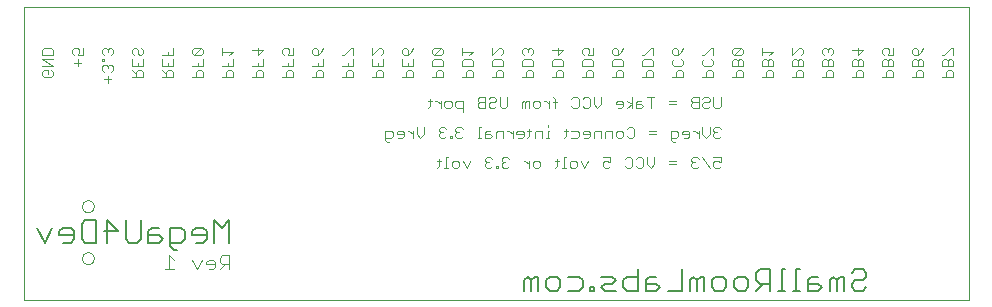
<source format=gbo>
G75*
G70*
%OFA0B0*%
%FSLAX24Y24*%
%IPPOS*%
%LPD*%
%AMOC8*
5,1,8,0,0,1.08239X$1,22.5*
%
%ADD10C,0.0000*%
%ADD11C,0.0040*%
%ADD12C,0.0080*%
%ADD13C,0.0060*%
%ADD14C,0.0030*%
D10*
X000202Y000242D02*
X000202Y009992D01*
X031702Y009992D01*
X031702Y000242D01*
X000202Y000242D01*
X002148Y001626D02*
X002150Y001653D01*
X002156Y001680D01*
X002165Y001706D01*
X002178Y001730D01*
X002194Y001753D01*
X002213Y001772D01*
X002235Y001789D01*
X002259Y001803D01*
X002284Y001813D01*
X002311Y001820D01*
X002338Y001823D01*
X002366Y001822D01*
X002393Y001817D01*
X002419Y001809D01*
X002443Y001797D01*
X002466Y001781D01*
X002487Y001763D01*
X002504Y001742D01*
X002519Y001718D01*
X002530Y001693D01*
X002538Y001667D01*
X002542Y001640D01*
X002542Y001612D01*
X002538Y001585D01*
X002530Y001559D01*
X002519Y001534D01*
X002504Y001510D01*
X002487Y001489D01*
X002466Y001471D01*
X002444Y001455D01*
X002419Y001443D01*
X002393Y001435D01*
X002366Y001430D01*
X002338Y001429D01*
X002311Y001432D01*
X002284Y001439D01*
X002259Y001449D01*
X002235Y001463D01*
X002213Y001480D01*
X002194Y001499D01*
X002178Y001522D01*
X002165Y001546D01*
X002156Y001572D01*
X002150Y001599D01*
X002148Y001626D01*
X002148Y003358D02*
X002150Y003385D01*
X002156Y003412D01*
X002165Y003438D01*
X002178Y003462D01*
X002194Y003485D01*
X002213Y003504D01*
X002235Y003521D01*
X002259Y003535D01*
X002284Y003545D01*
X002311Y003552D01*
X002338Y003555D01*
X002366Y003554D01*
X002393Y003549D01*
X002419Y003541D01*
X002443Y003529D01*
X002466Y003513D01*
X002487Y003495D01*
X002504Y003474D01*
X002519Y003450D01*
X002530Y003425D01*
X002538Y003399D01*
X002542Y003372D01*
X002542Y003344D01*
X002538Y003317D01*
X002530Y003291D01*
X002519Y003266D01*
X002504Y003242D01*
X002487Y003221D01*
X002466Y003203D01*
X002444Y003187D01*
X002419Y003175D01*
X002393Y003167D01*
X002366Y003162D01*
X002338Y003161D01*
X002311Y003164D01*
X002284Y003171D01*
X002259Y003181D01*
X002235Y003195D01*
X002213Y003212D01*
X002194Y003231D01*
X002178Y003254D01*
X002165Y003278D01*
X002156Y003304D01*
X002150Y003331D01*
X002148Y003358D01*
D11*
X005062Y001722D02*
X005062Y001262D01*
X005215Y001262D02*
X004908Y001262D01*
X005215Y001569D02*
X005062Y001722D01*
X005829Y001569D02*
X005982Y001262D01*
X006136Y001569D01*
X006289Y001492D02*
X006289Y001415D01*
X006596Y001415D01*
X006596Y001339D02*
X006596Y001492D01*
X006520Y001569D01*
X006366Y001569D01*
X006289Y001492D01*
X006366Y001262D02*
X006520Y001262D01*
X006596Y001339D01*
X006750Y001262D02*
X006903Y001415D01*
X006826Y001415D02*
X007057Y001415D01*
X007057Y001262D02*
X007057Y001722D01*
X006826Y001722D01*
X006750Y001646D01*
X006750Y001492D01*
X006826Y001415D01*
X003002Y007473D02*
X003002Y007713D01*
X003122Y007593D02*
X002882Y007593D01*
X002882Y007841D02*
X002822Y007901D01*
X002822Y008021D01*
X002882Y008081D01*
X002942Y008081D01*
X003002Y008021D01*
X003002Y007961D01*
X003002Y008021D02*
X003062Y008081D01*
X003122Y008081D01*
X003182Y008021D01*
X003182Y007901D01*
X003122Y007841D01*
X003822Y007897D02*
X003942Y007777D01*
X003942Y007837D02*
X003942Y007657D01*
X003822Y007657D02*
X004182Y007657D01*
X004182Y007837D01*
X004122Y007897D01*
X004002Y007897D01*
X003942Y007837D01*
X004002Y008025D02*
X004002Y008145D01*
X004182Y008025D02*
X003822Y008025D01*
X003822Y008265D01*
X003882Y008394D02*
X003822Y008454D01*
X003822Y008574D01*
X003882Y008634D01*
X003942Y008634D01*
X004002Y008574D01*
X004002Y008454D01*
X004062Y008394D01*
X004122Y008394D01*
X004182Y008454D01*
X004182Y008574D01*
X004122Y008634D01*
X004182Y008265D02*
X004182Y008025D01*
X004822Y008025D02*
X004822Y008265D01*
X004822Y008394D02*
X005182Y008394D01*
X005182Y008634D01*
X005002Y008514D02*
X005002Y008394D01*
X005182Y008265D02*
X005182Y008025D01*
X004822Y008025D01*
X004822Y007897D02*
X004942Y007777D01*
X004942Y007837D02*
X004942Y007657D01*
X004822Y007657D02*
X005182Y007657D01*
X005182Y007837D01*
X005122Y007897D01*
X005002Y007897D01*
X004942Y007837D01*
X005002Y008025D02*
X005002Y008145D01*
X005822Y008025D02*
X006182Y008025D01*
X006182Y008265D01*
X006122Y008394D02*
X005882Y008394D01*
X006122Y008634D01*
X005882Y008634D01*
X005822Y008574D01*
X005822Y008454D01*
X005882Y008394D01*
X006122Y008394D02*
X006182Y008454D01*
X006182Y008574D01*
X006122Y008634D01*
X006822Y008634D02*
X006822Y008394D01*
X006822Y008514D02*
X007182Y008514D01*
X007062Y008394D01*
X007182Y008265D02*
X007182Y008025D01*
X006822Y008025D01*
X007002Y008025D02*
X007002Y008145D01*
X007002Y007897D02*
X006942Y007837D01*
X006942Y007657D01*
X006822Y007657D02*
X007182Y007657D01*
X007182Y007837D01*
X007122Y007897D01*
X007002Y007897D01*
X006182Y007837D02*
X006182Y007657D01*
X005822Y007657D01*
X005942Y007657D02*
X005942Y007837D01*
X006002Y007897D01*
X006122Y007897D01*
X006182Y007837D01*
X006002Y008025D02*
X006002Y008145D01*
X007822Y008025D02*
X008182Y008025D01*
X008182Y008265D01*
X008002Y008145D02*
X008002Y008025D01*
X008002Y007897D02*
X007942Y007837D01*
X007942Y007657D01*
X007822Y007657D02*
X008182Y007657D01*
X008182Y007837D01*
X008122Y007897D01*
X008002Y007897D01*
X008822Y008025D02*
X009182Y008025D01*
X009182Y008265D01*
X009182Y008394D02*
X009002Y008394D01*
X009062Y008514D01*
X009062Y008574D01*
X009002Y008634D01*
X008882Y008634D01*
X008822Y008574D01*
X008822Y008454D01*
X008882Y008394D01*
X009182Y008394D02*
X009182Y008634D01*
X009822Y008574D02*
X009822Y008454D01*
X009882Y008394D01*
X010002Y008394D01*
X010002Y008574D01*
X009942Y008634D01*
X009882Y008634D01*
X009822Y008574D01*
X010002Y008394D02*
X010122Y008514D01*
X010182Y008634D01*
X010822Y008394D02*
X010882Y008394D01*
X011122Y008634D01*
X011182Y008634D01*
X011182Y008394D01*
X011182Y008265D02*
X011182Y008025D01*
X010822Y008025D01*
X011002Y008025D02*
X011002Y008145D01*
X011002Y007897D02*
X010942Y007837D01*
X010942Y007657D01*
X010822Y007657D02*
X011182Y007657D01*
X011182Y007837D01*
X011122Y007897D01*
X011002Y007897D01*
X010182Y007837D02*
X010182Y007657D01*
X009822Y007657D01*
X009942Y007657D02*
X009942Y007837D01*
X010002Y007897D01*
X010122Y007897D01*
X010182Y007837D01*
X010182Y008025D02*
X009822Y008025D01*
X010002Y008025D02*
X010002Y008145D01*
X010182Y008025D02*
X010182Y008265D01*
X009182Y007837D02*
X009122Y007897D01*
X009002Y007897D01*
X008942Y007837D01*
X008942Y007657D01*
X008822Y007657D02*
X009182Y007657D01*
X009182Y007837D01*
X009002Y008025D02*
X009002Y008145D01*
X008182Y008574D02*
X008002Y008394D01*
X008002Y008634D01*
X007822Y008574D02*
X008182Y008574D01*
X011822Y008634D02*
X011822Y008394D01*
X012062Y008634D01*
X012122Y008634D01*
X012182Y008574D01*
X012182Y008454D01*
X012122Y008394D01*
X012182Y008265D02*
X012182Y008025D01*
X011822Y008025D01*
X011822Y008265D01*
X012002Y008145D02*
X012002Y008025D01*
X012002Y007897D02*
X011942Y007837D01*
X011942Y007657D01*
X011822Y007657D02*
X012182Y007657D01*
X012182Y007837D01*
X012122Y007897D01*
X012002Y007897D01*
X012822Y008025D02*
X012822Y008265D01*
X012882Y008394D02*
X012822Y008454D01*
X012822Y008574D01*
X012882Y008634D01*
X012942Y008634D01*
X013002Y008574D01*
X013002Y008394D01*
X012882Y008394D01*
X013002Y008394D02*
X013122Y008514D01*
X013182Y008634D01*
X013822Y008574D02*
X013822Y008454D01*
X013882Y008394D01*
X014122Y008634D01*
X013882Y008634D01*
X013822Y008574D01*
X014122Y008634D02*
X014182Y008574D01*
X014182Y008454D01*
X014122Y008394D01*
X013882Y008394D01*
X013882Y008265D02*
X014122Y008265D01*
X014182Y008205D01*
X014182Y008025D01*
X013822Y008025D01*
X013822Y008205D01*
X013882Y008265D01*
X013182Y008265D02*
X013182Y008025D01*
X012822Y008025D01*
X013002Y008025D02*
X013002Y008145D01*
X013002Y007897D02*
X012942Y007837D01*
X012942Y007657D01*
X012822Y007657D02*
X013182Y007657D01*
X013182Y007837D01*
X013122Y007897D01*
X013002Y007897D01*
X013822Y007657D02*
X014182Y007657D01*
X014182Y007837D01*
X014122Y007897D01*
X014002Y007897D01*
X013942Y007837D01*
X013942Y007657D01*
X014822Y007657D02*
X015182Y007657D01*
X015182Y007837D01*
X015122Y007897D01*
X015002Y007897D01*
X014942Y007837D01*
X014942Y007657D01*
X014822Y008025D02*
X014822Y008205D01*
X014882Y008265D01*
X015122Y008265D01*
X015182Y008205D01*
X015182Y008025D01*
X014822Y008025D01*
X014822Y008394D02*
X014822Y008634D01*
X014822Y008514D02*
X015182Y008514D01*
X015062Y008394D01*
X015822Y008394D02*
X015822Y008634D01*
X016062Y008634D02*
X016122Y008634D01*
X016182Y008574D01*
X016182Y008454D01*
X016122Y008394D01*
X016122Y008265D02*
X015882Y008265D01*
X015822Y008205D01*
X015822Y008025D01*
X016182Y008025D01*
X016182Y008205D01*
X016122Y008265D01*
X015822Y008394D02*
X016062Y008634D01*
X016822Y008574D02*
X016822Y008454D01*
X016882Y008394D01*
X016882Y008265D02*
X016822Y008205D01*
X016822Y008025D01*
X017182Y008025D01*
X017182Y008205D01*
X017122Y008265D01*
X016882Y008265D01*
X017122Y008394D02*
X017182Y008454D01*
X017182Y008574D01*
X017122Y008634D01*
X017062Y008634D01*
X017002Y008574D01*
X016942Y008634D01*
X016882Y008634D01*
X016822Y008574D01*
X017002Y008574D02*
X017002Y008514D01*
X017822Y008574D02*
X018182Y008574D01*
X018002Y008394D01*
X018002Y008634D01*
X018122Y008265D02*
X018182Y008205D01*
X018182Y008025D01*
X017822Y008025D01*
X017822Y008205D01*
X017882Y008265D01*
X018122Y008265D01*
X018122Y007897D02*
X018002Y007897D01*
X017942Y007837D01*
X017942Y007657D01*
X017822Y007657D02*
X018182Y007657D01*
X018182Y007837D01*
X018122Y007897D01*
X018822Y008025D02*
X018822Y008205D01*
X018882Y008265D01*
X019122Y008265D01*
X019182Y008205D01*
X019182Y008025D01*
X018822Y008025D01*
X019002Y007897D02*
X018942Y007837D01*
X018942Y007657D01*
X018822Y007657D02*
X019182Y007657D01*
X019182Y007837D01*
X019122Y007897D01*
X019002Y007897D01*
X019822Y008025D02*
X019822Y008205D01*
X019882Y008265D01*
X020122Y008265D01*
X020182Y008205D01*
X020182Y008025D01*
X019822Y008025D01*
X020002Y007897D02*
X019942Y007837D01*
X019942Y007657D01*
X019822Y007657D02*
X020182Y007657D01*
X020182Y007837D01*
X020122Y007897D01*
X020002Y007897D01*
X020822Y008025D02*
X020822Y008205D01*
X020882Y008265D01*
X021122Y008265D01*
X021182Y008205D01*
X021182Y008025D01*
X020822Y008025D01*
X021002Y007897D02*
X020942Y007837D01*
X020942Y007657D01*
X020822Y007657D02*
X021182Y007657D01*
X021182Y007837D01*
X021122Y007897D01*
X021002Y007897D01*
X021822Y008085D02*
X021822Y008205D01*
X021882Y008265D01*
X021882Y008394D02*
X021822Y008454D01*
X021822Y008574D01*
X021882Y008634D01*
X021942Y008634D01*
X022002Y008574D01*
X022002Y008394D01*
X021882Y008394D01*
X022002Y008394D02*
X022122Y008514D01*
X022182Y008634D01*
X022822Y008394D02*
X022882Y008394D01*
X023122Y008634D01*
X023182Y008634D01*
X023182Y008394D01*
X023122Y008265D02*
X023182Y008205D01*
X023182Y008085D01*
X023122Y008025D01*
X022882Y008025D01*
X022822Y008085D01*
X022822Y008205D01*
X022882Y008265D01*
X022182Y008205D02*
X022182Y008085D01*
X022122Y008025D01*
X021882Y008025D01*
X021822Y008085D01*
X022122Y008265D02*
X022182Y008205D01*
X022122Y007897D02*
X022002Y007897D01*
X021942Y007837D01*
X021942Y007657D01*
X021822Y007657D02*
X022182Y007657D01*
X022182Y007837D01*
X022122Y007897D01*
X022822Y007657D02*
X023182Y007657D01*
X023182Y007837D01*
X023122Y007897D01*
X023002Y007897D01*
X022942Y007837D01*
X022942Y007657D01*
X023822Y007657D02*
X024182Y007657D01*
X024182Y007837D01*
X024122Y007897D01*
X024002Y007897D01*
X023942Y007837D01*
X023942Y007657D01*
X024822Y007657D02*
X025182Y007657D01*
X025182Y007837D01*
X025122Y007897D01*
X025002Y007897D01*
X024942Y007837D01*
X024942Y007657D01*
X025002Y008025D02*
X025002Y008205D01*
X024942Y008265D01*
X024882Y008265D01*
X024822Y008205D01*
X024822Y008025D01*
X025182Y008025D01*
X025182Y008205D01*
X025122Y008265D01*
X025062Y008265D01*
X025002Y008205D01*
X025062Y008394D02*
X025182Y008514D01*
X024822Y008514D01*
X024822Y008394D02*
X024822Y008634D01*
X024182Y008574D02*
X024182Y008454D01*
X024122Y008394D01*
X023882Y008394D01*
X024122Y008634D01*
X023882Y008634D01*
X023822Y008574D01*
X023822Y008454D01*
X023882Y008394D01*
X023882Y008265D02*
X023822Y008205D01*
X023822Y008025D01*
X024182Y008025D01*
X024182Y008205D01*
X024122Y008265D01*
X024062Y008265D01*
X024002Y008205D01*
X024002Y008025D01*
X024002Y008205D02*
X023942Y008265D01*
X023882Y008265D01*
X024182Y008574D02*
X024122Y008634D01*
X025822Y008634D02*
X025822Y008394D01*
X026062Y008634D01*
X026122Y008634D01*
X026182Y008574D01*
X026182Y008454D01*
X026122Y008394D01*
X026122Y008265D02*
X026062Y008265D01*
X026002Y008205D01*
X026002Y008025D01*
X026002Y007897D02*
X025942Y007837D01*
X025942Y007657D01*
X025822Y007657D02*
X026182Y007657D01*
X026182Y007837D01*
X026122Y007897D01*
X026002Y007897D01*
X025822Y008025D02*
X026182Y008025D01*
X026182Y008205D01*
X026122Y008265D01*
X026002Y008205D02*
X025942Y008265D01*
X025882Y008265D01*
X025822Y008205D01*
X025822Y008025D01*
X026822Y008025D02*
X026822Y008205D01*
X026882Y008265D01*
X026942Y008265D01*
X027002Y008205D01*
X027002Y008025D01*
X027002Y007897D02*
X026942Y007837D01*
X026942Y007657D01*
X026822Y007657D02*
X027182Y007657D01*
X027182Y007837D01*
X027122Y007897D01*
X027002Y007897D01*
X026822Y008025D02*
X027182Y008025D01*
X027182Y008205D01*
X027122Y008265D01*
X027062Y008265D01*
X027002Y008205D01*
X027122Y008394D02*
X027182Y008454D01*
X027182Y008574D01*
X027122Y008634D01*
X027062Y008634D01*
X027002Y008574D01*
X026942Y008634D01*
X026882Y008634D01*
X026822Y008574D01*
X026822Y008454D01*
X026882Y008394D01*
X027002Y008514D02*
X027002Y008574D01*
X027822Y008574D02*
X028182Y008574D01*
X028002Y008394D01*
X028002Y008634D01*
X028062Y008265D02*
X028002Y008205D01*
X028002Y008025D01*
X028002Y007897D02*
X027942Y007837D01*
X027942Y007657D01*
X027822Y007657D02*
X028182Y007657D01*
X028182Y007837D01*
X028122Y007897D01*
X028002Y007897D01*
X027822Y008025D02*
X028182Y008025D01*
X028182Y008205D01*
X028122Y008265D01*
X028062Y008265D01*
X028002Y008205D02*
X027942Y008265D01*
X027882Y008265D01*
X027822Y008205D01*
X027822Y008025D01*
X028822Y008025D02*
X028822Y008205D01*
X028882Y008265D01*
X028942Y008265D01*
X029002Y008205D01*
X029002Y008025D01*
X029002Y007897D02*
X028942Y007837D01*
X028942Y007657D01*
X028822Y007657D02*
X029182Y007657D01*
X029182Y007837D01*
X029122Y007897D01*
X029002Y007897D01*
X028822Y008025D02*
X029182Y008025D01*
X029182Y008205D01*
X029122Y008265D01*
X029062Y008265D01*
X029002Y008205D01*
X029002Y008394D02*
X029062Y008514D01*
X029062Y008574D01*
X029002Y008634D01*
X028882Y008634D01*
X028822Y008574D01*
X028822Y008454D01*
X028882Y008394D01*
X029002Y008394D02*
X029182Y008394D01*
X029182Y008634D01*
X029822Y008574D02*
X029822Y008454D01*
X029882Y008394D01*
X030002Y008394D01*
X030002Y008574D01*
X029942Y008634D01*
X029882Y008634D01*
X029822Y008574D01*
X030002Y008394D02*
X030122Y008514D01*
X030182Y008634D01*
X030822Y008394D02*
X030882Y008394D01*
X031122Y008634D01*
X031182Y008634D01*
X031182Y008394D01*
X031122Y008265D02*
X031062Y008265D01*
X031002Y008205D01*
X031002Y008025D01*
X031002Y007897D02*
X030942Y007837D01*
X030942Y007657D01*
X030822Y007657D02*
X031182Y007657D01*
X031182Y007837D01*
X031122Y007897D01*
X031002Y007897D01*
X030822Y008025D02*
X031182Y008025D01*
X031182Y008205D01*
X031122Y008265D01*
X031002Y008205D02*
X030942Y008265D01*
X030882Y008265D01*
X030822Y008205D01*
X030822Y008025D01*
X030182Y008025D02*
X030182Y008205D01*
X030122Y008265D01*
X030062Y008265D01*
X030002Y008205D01*
X030002Y008025D01*
X030002Y007897D02*
X029942Y007837D01*
X029942Y007657D01*
X029822Y007657D02*
X030182Y007657D01*
X030182Y007837D01*
X030122Y007897D01*
X030002Y007897D01*
X029822Y008025D02*
X030182Y008025D01*
X029822Y008025D02*
X029822Y008205D01*
X029882Y008265D01*
X029942Y008265D01*
X030002Y008205D01*
X021182Y008394D02*
X021182Y008634D01*
X021122Y008634D01*
X020882Y008394D01*
X020822Y008394D01*
X020182Y008634D02*
X020122Y008514D01*
X020002Y008394D01*
X020002Y008574D01*
X019942Y008634D01*
X019882Y008634D01*
X019822Y008574D01*
X019822Y008454D01*
X019882Y008394D01*
X020002Y008394D01*
X019182Y008394D02*
X019182Y008634D01*
X019062Y008574D02*
X019062Y008514D01*
X019002Y008394D01*
X019182Y008394D01*
X018882Y008394D02*
X018822Y008454D01*
X018822Y008574D01*
X018882Y008634D01*
X019002Y008634D01*
X019062Y008574D01*
X017182Y007837D02*
X017122Y007897D01*
X017002Y007897D01*
X016942Y007837D01*
X016942Y007657D01*
X016822Y007657D02*
X017182Y007657D01*
X017182Y007837D01*
X016182Y007837D02*
X016182Y007657D01*
X015822Y007657D01*
X015942Y007657D02*
X015942Y007837D01*
X016002Y007897D01*
X016122Y007897D01*
X016182Y007837D01*
X003182Y008454D02*
X003122Y008394D01*
X003182Y008454D02*
X003182Y008574D01*
X003122Y008634D01*
X003062Y008634D01*
X003002Y008574D01*
X002942Y008634D01*
X002882Y008634D01*
X002822Y008574D01*
X002822Y008454D01*
X002882Y008394D01*
X002882Y008269D02*
X002822Y008269D01*
X002822Y008209D01*
X002882Y008209D01*
X002882Y008269D01*
X003002Y008514D02*
X003002Y008574D01*
X002182Y008634D02*
X002182Y008394D01*
X002002Y008394D01*
X002062Y008514D01*
X002062Y008574D01*
X002002Y008634D01*
X001882Y008634D01*
X001822Y008574D01*
X001822Y008454D01*
X001882Y008394D01*
X002002Y008265D02*
X002002Y008025D01*
X002122Y008145D02*
X001882Y008145D01*
X001182Y008025D02*
X000822Y008265D01*
X001182Y008265D01*
X001182Y008394D02*
X000822Y008394D01*
X000822Y008574D01*
X000882Y008634D01*
X001122Y008634D01*
X001182Y008574D01*
X001182Y008394D01*
X001182Y008025D02*
X000822Y008025D01*
X000882Y007897D02*
X001002Y007897D01*
X001002Y007777D01*
X001122Y007657D02*
X000882Y007657D01*
X000822Y007717D01*
X000822Y007837D01*
X000882Y007897D01*
X001122Y007897D02*
X001182Y007837D01*
X001182Y007717D01*
X001122Y007657D01*
D12*
X016880Y000892D02*
X017000Y001012D01*
X017120Y000892D01*
X017120Y000532D01*
X017360Y000532D02*
X017360Y001012D01*
X017240Y001012D01*
X017120Y000892D01*
X016880Y000892D02*
X016880Y000532D01*
X017616Y000652D02*
X017736Y000532D01*
X017977Y000532D01*
X018097Y000652D01*
X018097Y000892D01*
X017977Y001012D01*
X017736Y001012D01*
X017616Y000892D01*
X017616Y000652D01*
X018353Y000532D02*
X018713Y000532D01*
X018833Y000652D01*
X018833Y000892D01*
X018713Y001012D01*
X018353Y001012D01*
X019082Y000652D02*
X019082Y000532D01*
X019202Y000532D01*
X019202Y000652D01*
X019082Y000652D01*
X019458Y000652D02*
X019578Y000532D01*
X019938Y000532D01*
X020195Y000652D02*
X020195Y000892D01*
X020315Y001012D01*
X020675Y001012D01*
X020931Y000892D02*
X020931Y000532D01*
X021291Y000532D01*
X021412Y000652D01*
X021291Y000772D01*
X020931Y000772D01*
X020931Y000892D02*
X021051Y001012D01*
X021291Y001012D01*
X020675Y001252D02*
X020675Y000532D01*
X020315Y000532D01*
X020195Y000652D01*
X019938Y000892D02*
X019818Y000772D01*
X019578Y000772D01*
X019458Y000652D01*
X019818Y001012D02*
X019938Y000892D01*
X019818Y001012D02*
X019458Y001012D01*
X021668Y000532D02*
X022148Y000532D01*
X022148Y001252D01*
X022404Y000892D02*
X022524Y001012D01*
X022645Y000892D01*
X022645Y000532D01*
X022885Y000532D02*
X022885Y001012D01*
X022765Y001012D01*
X022645Y000892D01*
X022404Y000892D02*
X022404Y000532D01*
X023141Y000652D02*
X023141Y000892D01*
X023261Y001012D01*
X023501Y001012D01*
X023621Y000892D01*
X023621Y000652D01*
X023501Y000532D01*
X023261Y000532D01*
X023141Y000652D01*
X023878Y000652D02*
X023878Y000892D01*
X023998Y001012D01*
X024238Y001012D01*
X024358Y000892D01*
X024358Y000652D01*
X024238Y000532D01*
X023998Y000532D01*
X023878Y000652D01*
X024614Y000532D02*
X024854Y000772D01*
X024734Y000772D02*
X025095Y000772D01*
X024734Y000772D02*
X024614Y000892D01*
X024614Y001132D01*
X024734Y001252D01*
X025095Y001252D01*
X025095Y000532D01*
X025345Y000532D02*
X025586Y000532D01*
X025466Y000532D02*
X025466Y001252D01*
X025586Y001252D01*
X025957Y001252D02*
X025957Y000532D01*
X026077Y000532D02*
X025837Y000532D01*
X026333Y000532D02*
X026693Y000532D01*
X026813Y000652D01*
X026693Y000772D01*
X026333Y000772D01*
X026333Y000892D02*
X026333Y000532D01*
X026333Y000892D02*
X026453Y001012D01*
X026693Y001012D01*
X027070Y000892D02*
X027070Y000532D01*
X027310Y000532D02*
X027310Y000892D01*
X027190Y001012D01*
X027070Y000892D01*
X027310Y000892D02*
X027430Y001012D01*
X027550Y001012D01*
X027550Y000532D01*
X027806Y000652D02*
X027926Y000532D01*
X028166Y000532D01*
X028287Y000652D01*
X027926Y000892D02*
X027806Y000772D01*
X027806Y000652D01*
X027926Y000892D02*
X028166Y000892D01*
X028287Y001012D01*
X028287Y001132D01*
X028166Y001252D01*
X027926Y001252D01*
X027806Y001132D01*
X026077Y001252D02*
X025957Y001252D01*
D13*
X007047Y002147D02*
X007047Y002888D01*
X006800Y002641D01*
X006553Y002888D01*
X006553Y002147D01*
X006310Y002270D02*
X006310Y002517D01*
X006187Y002641D01*
X005940Y002641D01*
X005816Y002517D01*
X005816Y002394D01*
X006310Y002394D01*
X006310Y002270D02*
X006187Y002147D01*
X005940Y002147D01*
X005573Y002270D02*
X005450Y002147D01*
X005080Y002147D01*
X005080Y002023D02*
X005080Y002641D01*
X005450Y002641D01*
X005573Y002517D01*
X005573Y002270D01*
X005203Y001900D02*
X005080Y002023D01*
X005203Y001900D02*
X005326Y001900D01*
X004837Y002270D02*
X004713Y002147D01*
X004343Y002147D01*
X004343Y002517D01*
X004466Y002641D01*
X004713Y002641D01*
X004713Y002394D02*
X004343Y002394D01*
X004713Y002394D02*
X004837Y002270D01*
X004100Y002270D02*
X003977Y002147D01*
X003730Y002147D01*
X003606Y002270D01*
X003606Y002888D01*
X004100Y002888D02*
X004100Y002270D01*
X003364Y002517D02*
X002870Y002517D01*
X002993Y002888D02*
X003364Y002517D01*
X002993Y002147D02*
X002993Y002888D01*
X002627Y002888D02*
X002257Y002888D01*
X002133Y002764D01*
X002133Y002270D01*
X002257Y002147D01*
X002627Y002147D01*
X002627Y002888D01*
X001890Y002517D02*
X001767Y002641D01*
X001520Y002641D01*
X001397Y002517D01*
X001397Y002394D01*
X001890Y002394D01*
X001890Y002517D02*
X001890Y002270D01*
X001767Y002147D01*
X001520Y002147D01*
X000907Y002147D02*
X000660Y002641D01*
X001154Y002641D02*
X000907Y002147D01*
D14*
X012264Y005570D02*
X012264Y005879D01*
X012449Y005879D01*
X012510Y005817D01*
X012510Y005694D01*
X012449Y005632D01*
X012264Y005632D01*
X012264Y005570D02*
X012325Y005508D01*
X012387Y005508D01*
X012694Y005632D02*
X012817Y005632D01*
X012879Y005694D01*
X012879Y005817D01*
X012817Y005879D01*
X012694Y005879D01*
X012632Y005817D01*
X012632Y005755D01*
X012879Y005755D01*
X013000Y005879D02*
X013062Y005879D01*
X013186Y005755D01*
X013307Y005755D02*
X013307Y006002D01*
X013186Y005879D02*
X013186Y005632D01*
X013307Y005755D02*
X013430Y005632D01*
X013554Y005755D01*
X013554Y006002D01*
X014044Y005940D02*
X014044Y005879D01*
X014105Y005817D01*
X014044Y005755D01*
X014044Y005694D01*
X014105Y005632D01*
X014229Y005632D01*
X014290Y005694D01*
X014413Y005694D02*
X014413Y005632D01*
X014475Y005632D01*
X014475Y005694D01*
X014413Y005694D01*
X014596Y005694D02*
X014658Y005632D01*
X014781Y005632D01*
X014843Y005694D01*
X014719Y005817D02*
X014658Y005817D01*
X014596Y005755D01*
X014596Y005694D01*
X014658Y005817D02*
X014596Y005879D01*
X014596Y005940D01*
X014658Y006002D01*
X014781Y006002D01*
X014843Y005940D01*
X014290Y005940D02*
X014229Y006002D01*
X014105Y006002D01*
X014044Y005940D01*
X014105Y005817D02*
X014167Y005817D01*
X015333Y005632D02*
X015457Y005632D01*
X015395Y005632D02*
X015395Y006002D01*
X015457Y006002D01*
X015640Y005879D02*
X015578Y005817D01*
X015578Y005632D01*
X015763Y005632D01*
X015825Y005694D01*
X015763Y005755D01*
X015578Y005755D01*
X015640Y005879D02*
X015763Y005879D01*
X015946Y005817D02*
X015946Y005632D01*
X016193Y005632D02*
X016193Y005879D01*
X016008Y005879D01*
X015946Y005817D01*
X016315Y005879D02*
X016377Y005879D01*
X016500Y005755D01*
X016622Y005755D02*
X016622Y005817D01*
X016683Y005879D01*
X016807Y005879D01*
X016869Y005817D01*
X016869Y005694D01*
X016807Y005632D01*
X016683Y005632D01*
X016622Y005755D02*
X016869Y005755D01*
X016991Y005632D02*
X017052Y005694D01*
X017052Y005940D01*
X017114Y005879D02*
X016991Y005879D01*
X017236Y005817D02*
X017236Y005632D01*
X017482Y005632D02*
X017482Y005879D01*
X017297Y005879D01*
X017236Y005817D01*
X017666Y005879D02*
X017666Y005632D01*
X017728Y005632D02*
X017604Y005632D01*
X017666Y005879D02*
X017728Y005879D01*
X017666Y006002D02*
X017666Y006064D01*
X018218Y005879D02*
X018342Y005879D01*
X018280Y005940D02*
X018280Y005694D01*
X018218Y005632D01*
X018463Y005632D02*
X018648Y005632D01*
X018710Y005694D01*
X018710Y005817D01*
X018648Y005879D01*
X018463Y005879D01*
X018831Y005817D02*
X018831Y005755D01*
X019078Y005755D01*
X019078Y005694D02*
X019078Y005817D01*
X019017Y005879D01*
X018893Y005879D01*
X018831Y005817D01*
X019017Y005632D02*
X019078Y005694D01*
X019017Y005632D02*
X018893Y005632D01*
X019200Y005632D02*
X019200Y005817D01*
X019261Y005879D01*
X019447Y005879D01*
X019447Y005632D01*
X019568Y005632D02*
X019568Y005817D01*
X019630Y005879D01*
X019815Y005879D01*
X019815Y005632D01*
X019936Y005694D02*
X019998Y005632D01*
X020122Y005632D01*
X020183Y005694D01*
X020183Y005817D01*
X020122Y005879D01*
X019998Y005879D01*
X019936Y005817D01*
X019936Y005694D01*
X020305Y005694D02*
X020366Y005632D01*
X020490Y005632D01*
X020552Y005694D01*
X020552Y005940D01*
X020490Y006002D01*
X020366Y006002D01*
X020305Y005940D01*
X021041Y005879D02*
X021288Y005879D01*
X021288Y005755D02*
X021041Y005755D01*
X021778Y005632D02*
X021963Y005632D01*
X022025Y005694D01*
X022025Y005817D01*
X021963Y005879D01*
X021778Y005879D01*
X021778Y005570D01*
X021840Y005508D01*
X021901Y005508D01*
X022208Y005632D02*
X022331Y005632D01*
X022393Y005694D01*
X022393Y005817D01*
X022331Y005879D01*
X022208Y005879D01*
X022146Y005817D01*
X022146Y005755D01*
X022393Y005755D01*
X022515Y005879D02*
X022577Y005879D01*
X022700Y005755D01*
X022821Y005755D02*
X022821Y006002D01*
X022700Y005879D02*
X022700Y005632D01*
X022821Y005755D02*
X022945Y005632D01*
X023068Y005755D01*
X023068Y006002D01*
X023190Y005940D02*
X023190Y005879D01*
X023251Y005817D01*
X023190Y005755D01*
X023190Y005694D01*
X023251Y005632D01*
X023375Y005632D01*
X023437Y005694D01*
X023313Y005817D02*
X023251Y005817D01*
X023190Y005940D02*
X023251Y006002D01*
X023375Y006002D01*
X023437Y005940D01*
X023375Y006632D02*
X023251Y006632D01*
X023190Y006694D01*
X023190Y007002D01*
X023068Y006940D02*
X023007Y007002D01*
X022883Y007002D01*
X022821Y006940D01*
X022700Y007002D02*
X022515Y007002D01*
X022453Y006940D01*
X022453Y006879D01*
X022515Y006817D01*
X022700Y006817D01*
X022821Y006755D02*
X022821Y006694D01*
X022883Y006632D01*
X023007Y006632D01*
X023068Y006694D01*
X023007Y006817D02*
X022883Y006817D01*
X022821Y006755D01*
X022700Y006632D02*
X022515Y006632D01*
X022453Y006694D01*
X022453Y006755D01*
X022515Y006817D01*
X022700Y006632D02*
X022700Y007002D01*
X023007Y006817D02*
X023068Y006879D01*
X023068Y006940D01*
X023437Y007002D02*
X023437Y006694D01*
X023375Y006632D01*
X021963Y006755D02*
X021716Y006755D01*
X021716Y006879D02*
X021963Y006879D01*
X021227Y007002D02*
X020980Y007002D01*
X021103Y007002D02*
X021103Y006632D01*
X020858Y006694D02*
X020797Y006755D01*
X020612Y006755D01*
X020612Y006817D02*
X020612Y006632D01*
X020797Y006632D01*
X020858Y006694D01*
X020673Y006879D02*
X020612Y006817D01*
X020673Y006879D02*
X020797Y006879D01*
X020490Y007002D02*
X020490Y006632D01*
X020490Y006755D02*
X020305Y006879D01*
X020183Y006817D02*
X020122Y006879D01*
X019998Y006879D01*
X019936Y006817D01*
X019936Y006755D01*
X020183Y006755D01*
X020183Y006694D02*
X020183Y006817D01*
X020183Y006694D02*
X020122Y006632D01*
X019998Y006632D01*
X020305Y006632D02*
X020490Y006755D01*
X019447Y006755D02*
X019323Y006632D01*
X019200Y006755D01*
X019200Y007002D01*
X019078Y006940D02*
X019078Y006694D01*
X019017Y006632D01*
X018893Y006632D01*
X018831Y006694D01*
X018710Y006694D02*
X018648Y006632D01*
X018525Y006632D01*
X018463Y006694D01*
X018710Y006694D02*
X018710Y006940D01*
X018648Y007002D01*
X018525Y007002D01*
X018463Y006940D01*
X017973Y006817D02*
X017850Y006817D01*
X017728Y006879D02*
X017728Y006632D01*
X017728Y006755D02*
X017604Y006879D01*
X017543Y006879D01*
X017421Y006817D02*
X017421Y006694D01*
X017359Y006632D01*
X017236Y006632D01*
X017174Y006694D01*
X017174Y006817D01*
X017236Y006879D01*
X017359Y006879D01*
X017421Y006817D01*
X017053Y006879D02*
X017053Y006632D01*
X016929Y006632D02*
X016929Y006817D01*
X016868Y006879D01*
X016806Y006817D01*
X016806Y006632D01*
X016929Y006817D02*
X016991Y006879D01*
X017053Y006879D01*
X016316Y007002D02*
X016316Y006694D01*
X016254Y006632D01*
X016131Y006632D01*
X016069Y006694D01*
X016069Y007002D01*
X015948Y006940D02*
X015948Y006879D01*
X015886Y006817D01*
X015763Y006817D01*
X015701Y006755D01*
X015701Y006694D01*
X015763Y006632D01*
X015886Y006632D01*
X015948Y006694D01*
X015948Y006940D02*
X015886Y007002D01*
X015763Y007002D01*
X015701Y006940D01*
X015579Y007002D02*
X015394Y007002D01*
X015333Y006940D01*
X015333Y006879D01*
X015394Y006817D01*
X015579Y006817D01*
X015394Y006817D02*
X015333Y006755D01*
X015333Y006694D01*
X015394Y006632D01*
X015579Y006632D01*
X015579Y007002D01*
X014843Y006879D02*
X014658Y006879D01*
X014596Y006817D01*
X014596Y006694D01*
X014658Y006632D01*
X014843Y006632D01*
X014843Y006508D02*
X014843Y006879D01*
X014475Y006817D02*
X014475Y006694D01*
X014413Y006632D01*
X014289Y006632D01*
X014228Y006694D01*
X014228Y006817D01*
X014289Y006879D01*
X014413Y006879D01*
X014475Y006817D01*
X014106Y006879D02*
X014106Y006632D01*
X014106Y006755D02*
X013983Y006879D01*
X013921Y006879D01*
X013799Y006879D02*
X013676Y006879D01*
X013738Y006940D02*
X013738Y006694D01*
X013676Y006632D01*
X016500Y005879D02*
X016500Y005632D01*
X016316Y005002D02*
X016192Y005002D01*
X016131Y004940D01*
X016131Y004879D01*
X016192Y004817D01*
X016131Y004755D01*
X016131Y004694D01*
X016192Y004632D01*
X016316Y004632D01*
X016377Y004694D01*
X016254Y004817D02*
X016192Y004817D01*
X016009Y004694D02*
X015947Y004694D01*
X015947Y004632D01*
X016009Y004632D01*
X016009Y004694D01*
X015825Y004694D02*
X015763Y004632D01*
X015640Y004632D01*
X015578Y004694D01*
X015578Y004755D01*
X015640Y004817D01*
X015702Y004817D01*
X015640Y004817D02*
X015578Y004879D01*
X015578Y004940D01*
X015640Y005002D01*
X015763Y005002D01*
X015825Y004940D01*
X016316Y005002D02*
X016377Y004940D01*
X016867Y004879D02*
X016929Y004879D01*
X017053Y004755D01*
X017053Y004632D02*
X017053Y004879D01*
X017174Y004817D02*
X017236Y004879D01*
X017359Y004879D01*
X017421Y004817D01*
X017421Y004694D01*
X017359Y004632D01*
X017236Y004632D01*
X017174Y004694D01*
X017174Y004817D01*
X017911Y004879D02*
X018035Y004879D01*
X017973Y004940D02*
X017973Y004694D01*
X017911Y004632D01*
X018157Y004632D02*
X018280Y004632D01*
X018219Y004632D02*
X018219Y005002D01*
X018280Y005002D01*
X018463Y004879D02*
X018587Y004879D01*
X018649Y004817D01*
X018649Y004694D01*
X018587Y004632D01*
X018463Y004632D01*
X018402Y004694D01*
X018402Y004817D01*
X018463Y004879D01*
X018770Y004879D02*
X018893Y004632D01*
X019017Y004879D01*
X019507Y004817D02*
X019507Y004694D01*
X019568Y004632D01*
X019692Y004632D01*
X019754Y004694D01*
X019754Y004817D02*
X019630Y004879D01*
X019568Y004879D01*
X019507Y004817D01*
X019507Y005002D02*
X019754Y005002D01*
X019754Y004817D01*
X020243Y004694D02*
X020305Y004632D01*
X020428Y004632D01*
X020490Y004694D01*
X020490Y004940D01*
X020428Y005002D01*
X020305Y005002D01*
X020243Y004940D01*
X020612Y004940D02*
X020673Y005002D01*
X020797Y005002D01*
X020858Y004940D01*
X020858Y004694D01*
X020797Y004632D01*
X020673Y004632D01*
X020612Y004694D01*
X020980Y004755D02*
X020980Y005002D01*
X021227Y005002D02*
X021227Y004755D01*
X021103Y004632D01*
X020980Y004755D01*
X021716Y004755D02*
X021963Y004755D01*
X021963Y004879D02*
X021716Y004879D01*
X022453Y004879D02*
X022515Y004817D01*
X022453Y004755D01*
X022453Y004694D01*
X022515Y004632D01*
X022638Y004632D01*
X022700Y004694D01*
X022577Y004817D02*
X022515Y004817D01*
X022453Y004879D02*
X022453Y004940D01*
X022515Y005002D01*
X022638Y005002D01*
X022700Y004940D01*
X022821Y005002D02*
X023068Y004632D01*
X023190Y004694D02*
X023251Y004632D01*
X023375Y004632D01*
X023437Y004694D01*
X023437Y004817D02*
X023313Y004879D01*
X023251Y004879D01*
X023190Y004817D01*
X023190Y004694D01*
X023437Y004817D02*
X023437Y005002D01*
X023190Y005002D01*
X019447Y006755D02*
X019447Y007002D01*
X019078Y006940D02*
X019017Y007002D01*
X018893Y007002D01*
X018831Y006940D01*
X017912Y006940D02*
X017912Y006632D01*
X017912Y006940D02*
X017850Y007002D01*
X014352Y005002D02*
X014290Y005002D01*
X014290Y004632D01*
X014352Y004632D02*
X014228Y004632D01*
X014045Y004694D02*
X013983Y004632D01*
X014045Y004694D02*
X014045Y004940D01*
X014106Y004879D02*
X013983Y004879D01*
X014473Y004817D02*
X014473Y004694D01*
X014535Y004632D01*
X014658Y004632D01*
X014720Y004694D01*
X014720Y004817D01*
X014658Y004879D01*
X014535Y004879D01*
X014473Y004817D01*
X014842Y004879D02*
X014965Y004632D01*
X015088Y004879D01*
M02*

</source>
